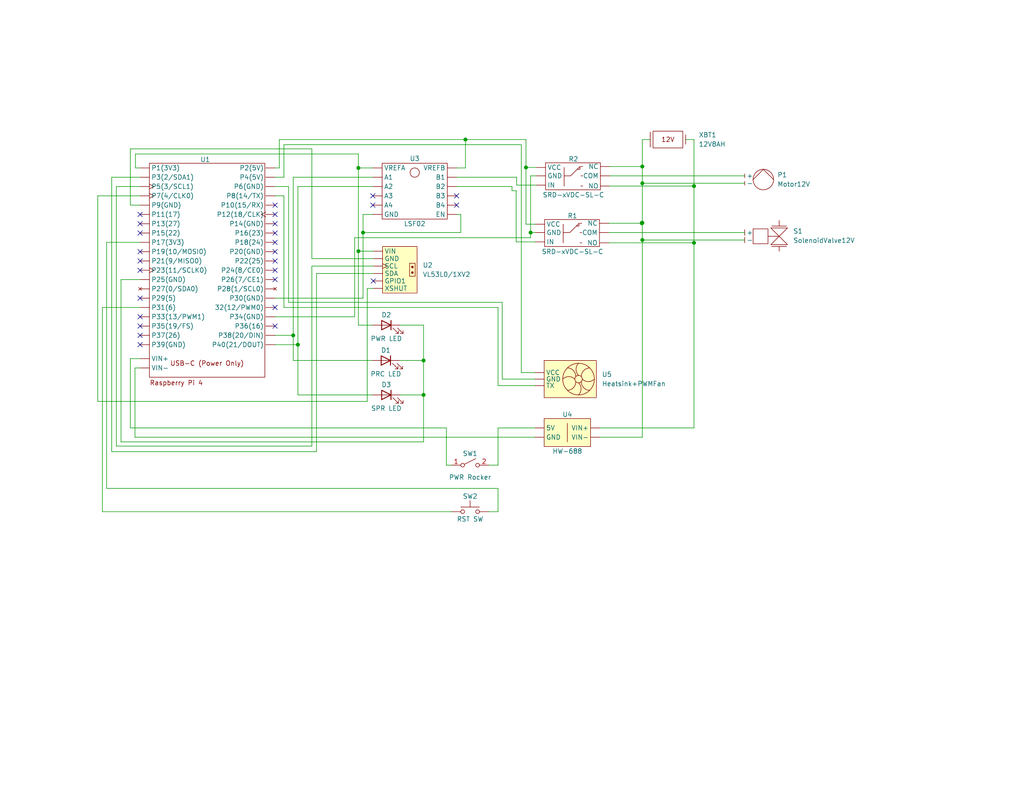
<source format=kicad_sch>
(kicad_sch (version 20211123) (generator eeschema)
  (paper "USLetter")
  (title_block (title "Map of Wirings") (date "2023-06-13") (rev "1.0") (company "There Goes Mangoes"))
  (lib_symbols
    (symbol "Battery Power and Management:12V8AH"
      (property "Reference" "XBT" (at 0 3.302 0))
      (property "Value" "12V8AH" (at 0 -3.556 0))
      (symbol "12V8AH_0_0"
        (polyline (pts (xy -4.826 2.032) (xy -4.826 -2.032)))
        (polyline (pts (xy 4.826 1.27) (xy 4.826 -1.27)))
        (text "12V" (at 0 0 0) (effects (font (size 1.27 1.27))))
      )
      (symbol "12V8AH_0_1"
        (rectangle (start -4.064 2.286) (end 4.064 -2.286))
      )
      (symbol "12V8AH_1_1"
        (pin power_out line (at 4.826 0 180) (length 0.635) hide (name "+") (number ""))
        (pin power_out line (at -4.826 0 0) (length 0.635) hide (name "-") (number ""))
      )
    )
    (symbol "Battery Power and Management:HW-688"
      (property "Reference" "U" (at 0 5.08 0))
      (property "Value" "HW-688" (at 0 -5.08 0))
      (symbol "HW-688_0_1"
        (rectangle (start -6.35 3.81) (end 6.35 -3.81) (fill (type background)))
        (polyline (pts (xy 0 2.54) (xy 0 -2.54)))
      )
      (symbol "HW-688_1_1"
        (pin power_out line (at 8.89 1.27 180) (length 2.54) (name "5V") (number ""))
        (pin power_out line (at 8.89 -1.27 180) (length 2.54) (name "GND") (number ""))
        (pin power_in line (at -8.89 1.27 0) (length 2.54) (name "VIN+") (number ""))
        (pin power_in line (at -8.89 -1.27 0) (length 2.54) (name "VIN-") (number ""))
      )
    )
    (symbol "Device:LED" (pin_numbers hide) (pin_names (offset 1.016) hide)
      (property "Reference" "D" (at 0 2.54 0))
      (property "Value" "LED" (at 0 -2.54 0))
      (symbol "LED_0_1"
        (polyline (pts (xy -1.27 -1.27) (xy -1.27 1.27)) (stroke (width 0.254)))
        (polyline (pts (xy -1.27 0) (xy 1.27 0)))
        (polyline (pts (xy 1.27 -1.27) (xy 1.27 1.27) (xy -1.27 0) (xy 1.27 -1.27)) (stroke (width 0.254)))
        (polyline (pts (xy -3.048 -0.762) (xy -4.572 -2.286) (xy -3.81 -2.286) (xy -4.572 -2.286) (xy -4.572 -1.524)))
        (polyline (pts (xy -1.778 -0.762) (xy -3.302 -2.286) (xy -2.54 -2.286) (xy -3.302 -2.286) (xy -3.302 -1.524)))
      )
      (symbol "LED_1_1"
        (pin passive line (at -3.81 0 0) (length 2.54) (name "K") (number "1"))
        (pin passive line (at 3.81 0 180) (length 2.54) (name "A") (number "2"))
      )
    )
    (symbol "Multilevel Voltage Converter:LSF02"
      (property "Reference" "U" (at 0 8.89 0))
      (property "Value" "LSF02" (at 0 0 90))
      (symbol "LSF02_0_1"
        (rectangle (start -8.89 7.62) (end 8.89 -7.62))
        (circle (center 0 5.08) (radius 1.27))
      )
      (symbol "LSF02_1_1"
        (pin bidirectional line (at -11.43 3.81 0) (length 2.54) (name "A1") (number ""))
        (pin bidirectional line (at -11.43 1.27 0) (length 2.54) (name "A2") (number ""))
        (pin bidirectional line (at -11.43 -1.27 0) (length 2.54) (name "A3") (number ""))
        (pin bidirectional line (at -11.43 -3.81 0) (length 2.54) (name "A4") (number ""))
        (pin bidirectional line (at 11.43 3.81 180) (length 2.54) (name "B1") (number ""))
        (pin bidirectional line (at 11.43 1.27 180) (length 2.54) (name "B2") (number ""))
        (pin bidirectional line (at 11.43 -1.27 180) (length 2.54) (name "B3") (number ""))
        (pin bidirectional line (at 11.43 -3.81 180) (length 2.54) (name "B4") (number ""))
        (pin power_in line (at 11.43 -6.35 180) (length 2.54) (name "EN") (number ""))
        (pin power_in line (at -11.43 -6.35 0) (length 2.54) (name "GND") (number ""))
        (pin power_in line (at -11.43 6.35 0) (length 2.54) (name "VREFA") (number ""))
        (pin power_in line (at 11.43 6.35 180) (length 2.54) (name "VREFB") (number ""))
      )
    )
    (symbol "Raspberry Pi 4:RPi4_Objective"
      (property "Reference" "U" (at 0 26.67 0))
      (symbol "RPi4_Objective_0_0"
        (text "Raspberry Pi 4" (at -7.874 -34.544 0) (effects (font (size 1.27 1.27))))
        (text "USB-C (Power Only)" (at 0.508 -29.21 0) (effects (font (size 1.27 1.27))))
      )
      (symbol "RPi4_Objective_0_1"
        (rectangle (start -15.24 25.4) (end 16.256 -33.02))
      )
      (symbol "RPi4_Objective_1_1"
        (pin bidirectional line (at 19.05 -13.97 180) (length 2.54) (name "32(12/PWM0)") (number ""))
        (pin power_out line (at -17.78 24.13 0) (length 2.54) (name "P1(3V3)") (number ""))
        (pin bidirectional line (at 19.05 13.97 180) (length 2.54) (name "P10(15/RX)") (number ""))
        (pin bidirectional line (at -17.78 11.43 0) (length 2.54) (name "P11(17)") (number ""))
        (pin bidirectional clock (at 19.05 11.43 180) (length 2.54) (name "P12(18/CLK)") (number ""))
        (pin bidirectional line (at -17.78 8.89 0) (length 2.54) (name "P13(27)") (number ""))
        (pin power_out line (at 19.05 8.89 180) (length 2.54) (name "P14(GND)") (number ""))
        (pin bidirectional line (at -17.78 6.35 0) (length 2.54) (name "P15(22)") (number ""))
        (pin bidirectional line (at 19.05 6.35 180) (length 2.54) (name "P16(23)") (number ""))
        (pin power_out line (at -17.78 3.81 0) (length 2.54) (name "P17(3V3)") (number ""))
        (pin bidirectional line (at 19.05 3.81 180) (length 2.54) (name "P18(24)") (number ""))
        (pin bidirectional line (at -17.78 1.27 0) (length 2.54) (name "P19(10/MOSI0)") (number ""))
        (pin power_out line (at 19.05 24.13 180) (length 2.54) (name "P2(5V)") (number ""))
        (pin power_out line (at 19.05 1.27 180) (length 2.54) (name "P20(GND)") (number ""))
        (pin bidirectional line (at -17.78 -1.27 0) (length 2.54) (name "P21(9/MISO0)") (number ""))
        (pin bidirectional line (at 19.05 -1.27 180) (length 2.54) (name "P22(25)") (number ""))
        (pin bidirectional clock (at -17.78 -3.81 0) (length 2.54) (name "P23(11/SCLK0)") (number ""))
        (pin bidirectional line (at 19.05 -3.81 180) (length 2.54) (name "P24(8/CE0)") (number ""))
        (pin power_out line (at -17.78 -6.35 0) (length 2.54) (name "P25(GND)") (number ""))
        (pin bidirectional line (at 19.05 -6.35 180) (length 2.54) (name "P26(7/CE1)") (number ""))
        (pin no_connect line (at -17.78 -8.89 0) (length 2.54) (name "P27(0/SDA0)") (number ""))
        (pin no_connect line (at 19.05 -8.89 180) (length 2.54) (name "P28(1/SCL0)") (number ""))
        (pin bidirectional line (at -17.78 -11.43 0) (length 2.54) (name "P29(5)") (number ""))
        (pin bidirectional line (at -17.78 21.59 0) (length 2.54) (name "P3(2/SDA1)") (number ""))
        (pin power_out line (at 19.05 -11.43 180) (length 2.54) (name "P30(GND)") (number ""))
        (pin bidirectional line (at -17.78 -13.97 0) (length 2.54) (name "P31(6)") (number ""))
        (pin bidirectional line (at -17.78 -16.51 0) (length 2.54) (name "P33(13/PWM1)") (number ""))
        (pin power_out line (at 19.05 -16.51 180) (length 2.54) (name "P34(GND)") (number ""))
        (pin bidirectional line (at -17.78 -19.05 0) (length 2.54) (name "P35(19/FS)") (number ""))
        (pin bidirectional line (at 19.05 -19.05 180) (length 2.54) (name "P36(16)") (number ""))
        (pin bidirectional line (at -17.78 -21.59 0) (length 2.54) (name "P37(26)") (number ""))
        (pin bidirectional line (at 19.05 -21.59 180) (length 2.54) (name "P38(20/DIN)") (number ""))
        (pin power_out line (at -17.78 -24.13 0) (length 2.54) (name "P39(GND)") (number ""))
        (pin power_out line (at 19.05 21.59 180) (length 2.54) (name "P4(5V)") (number ""))
        (pin bidirectional line (at 19.05 -24.13 180) (length 2.54) (name "P40(21/DOUT)") (number ""))
        (pin bidirectional clock (at -17.78 19.05 0) (length 2.54) (name "P5(3/SCL1)") (number ""))
        (pin power_out line (at 19.05 19.05 180) (length 2.54) (name "P6(GND)") (number ""))
        (pin bidirectional clock (at -17.78 16.51 0) (length 2.54) (name "P7(4/CLK0)") (number ""))
        (pin bidirectional line (at 19.05 16.51 180) (length 2.54) (name "P8(14/TX)") (number ""))
        (pin power_out line (at -17.78 13.97 0) (length 2.54) (name "P9(GND)") (number ""))
        (pin power_in line (at -17.78 -27.94 0) (length 2.54) (name "VIN+") (number ""))
        (pin power_in line (at -17.78 -30.48 0) (length 2.54) (name "VIN-") (number ""))
      )
    )
    (symbol "Sensors and Others:Heatsink+PWMFan"
      (property "Reference" "U" (at 0 6.096 0))
      (property "Value" "Heatsink+PWMFan" (at -0.254 -6.35 0))
      (symbol "Heatsink+PWMFan_0_1"
        (rectangle (start -6.858 5.08) (end 7.366 -5.08) (fill (type background)))
        (arc (start -0.508 -3.048) (mid 1.1084 -2.3784) (end 1.778 -0.762))
        (arc (start 1.524 0) (mid -0.127 3.9859) (end -1.778 0))
        (arc (start 1.778 0.762) (mid 3.3944 4.6644) (end -0.508 3.048))
        (arc (start 2.54 -4.318) (mid 3.2233 -2.667) (end 2.54 -1.016))
        (circle (center 2.54 0) (radius 1.016))
        (circle (center 2.54 0) (radius 4.318))
        (arc (start 2.54 4.318) (mid 1.8567 2.667) (end 2.54 1.016))
        (arc (start 3.302 -0.762) (mid 1.6789 -4.6711) (end 5.588 -3.048))
        (arc (start 3.556 0) (mid 5.207 -3.9859) (end 6.858 0))
        (arc (start 5.588 3.048) (mid 3.9811 2.3689) (end 3.302 0.762))
      )
      (symbol "Heatsink+PWMFan_1_1"
        (pin power_in line (at -9.398 0 0) (length 2.54) (name "GND") (number ""))
        (pin input line (at -9.398 -1.778 0) (length 2.54) (name "TX") (number ""))
        (pin power_in line (at -9.398 1.778 0) (length 2.54) (name "VCC") (number ""))
      )
    )
    (symbol "Sensors and Others:Motor12V"
      (property "Reference" "P" (at 0 3.81 0))
      (property "Value" "Motor12V" (at 0 -4.064 0))
      (symbol "Motor12V_0_1"
        (polyline (pts (xy -5.08 -0.508) (xy -5.08 -1.524)))
        (polyline (pts (xy -5.08 1.524) (xy -5.08 0.508)))
        (polyline (pts (xy -2.794 0) (xy 0 2.794) (xy 2.794 0)))
        (circle (center 0 0) (radius 2.794))
      )
      (symbol "Motor12V_1_1"
        (pin power_in line (at -5.08 1.016 0) (length 0) (name "+") (number ""))
        (pin power_in line (at -5.08 -1.016 0) (length 0) (name "-") (number ""))
      )
    )
    (symbol "Sensors and Others:SRD-xVDC-SL-C"
      (property "Reference" "R" (at 0.508 4.572 0))
      (property "Value" "SRD-xVDC-SL-C" (at 0 -5.334 0))
      (symbol "SRD-xVDC-SL-C_0_1"
        (polyline (pts (xy -2.54 2.286) (xy -2.54 -2.794)))
        (polyline (pts (xy 2.032 -2.794) (xy 2.54 -2.794)))
        (polyline (pts (xy 2.032 0) (xy 2.54 0)))
        (polyline (pts (xy 2.032 2.54) (xy 2.54 2.54)))
        (polyline (pts (xy -2.54 0) (xy -0.762 0) (xy 1.778 2.54)))
        (polyline (pts (xy 1.778 2.54) (xy 1.778 1.778) (xy 1.016 1.778) (xy 1.27 1.778)))
        (rectangle (start 7.366 3.556) (end -7.62 -3.81))
      )
      (symbol "SRD-xVDC-SL-C_1_1"
        (pin input line (at 9.906 0 180) (length 2.54) (name "COM") (number ""))
        (pin power_in line (at -10.16 0 0) (length 2.54) (name "GND") (number ""))
        (pin input line (at -10.16 -2.54 0) (length 2.54) (name "IN") (number ""))
        (pin free line (at 9.906 2.54 180) (length 2.54) (name "NC") (number ""))
        (pin free line (at 9.906 -2.794 180) (length 2.54) (name "NO") (number ""))
        (pin power_in line (at -10.16 2.286 0) (length 2.54) (name "VCC") (number ""))
      )
    )
    (symbol "Sensors and Others:SolenoidValve12V"
      (property "Reference" "S" (at 0 2.54 0))
      (property "Value" "SolenoidValve12V" (at 0.254 -6.096 0))
      (symbol "SolenoidValve12V_0_1"
        (rectangle (start -2.032 4.572) (end 2.032 0.508))
        (polyline (pts (xy -2.794 -2.54) (xy -4.064 -2.54)))
        (polyline (pts (xy -2.794 -0.508) (xy -2.794 -4.572)))
        (polyline (pts (xy -1.778 6.858) (xy -0.254 6.858)))
        (polyline (pts (xy 0 0.508) (xy 0 -2.54)))
        (polyline (pts (xy 0.254 6.858) (xy 1.778 6.858)))
        (polyline (pts (xy 2.794 -2.54) (xy 4.318 -2.54)))
        (polyline (pts (xy 2.794 -0.508) (xy 2.794 -4.572)))
        (polyline (pts (xy -2.286 -0.254) (xy 0 -2.54) (xy 2.286 -0.254) (xy 2.286 -4.826) (xy 0 -2.54) (xy -2.286 -4.826) (xy -2.286 -0.254)))
      )
      (symbol "SolenoidValve12V_1_1"
        (pin power_in line (at 1.016 6.858 270) (length 0) (name "+") (number ""))
        (pin power_in line (at -1.016 6.858 270) (length 0) (name "-") (number ""))
      )
    )
    (symbol "Sensors and Others:VL53L0{slash}1XV2"
      (property "Reference" "U" (at 0 8.382 0))
      (property "Value" "VL53L0{slash}1XV2" (at 0 -8.89 0))
      (symbol "VL53L0{slash}1XV2_0_1"
        (rectangle (start -4.572 6.35) (end 4.826 -6.35) (fill (type background)))
        (rectangle (start 2.794 1.778) (end 4.318 -1.778))
        (circle (center 3.556 -0.762) (radius 0.254) (fill (type outline)))
        (circle (center 3.556 0.762) (radius 0.254) (fill (type outline)))
      )
      (symbol "VL53L0{slash}1XV2_1_1"
        (pin power_in line (at -7.112 3.048 0) (length 2.54) (name "GND") (number ""))
        (pin output line (at -7.112 -3.048 0) (length 2.54) (name "GPIO1") (number ""))
        (pin output clock (at -7.112 1.016 0) (length 2.54) (name "SCL") (number ""))
        (pin output line (at -7.112 -1.016 0) (length 2.54) (name "SDA") (number ""))
        (pin power_in line (at -7.112 5.08 0) (length 2.54) (name "VIN") (number ""))
        (pin input line (at -7.112 -5.08 0) (length 2.54) (name "XSHUT") (number ""))
      )
    )
    (symbol "Switch:SW_Push" (pin_numbers hide) (pin_names (offset 1.016) hide)
      (property "Reference" "SW" (at 1.27 2.54 0))
      (property "Value" "SW_Push" (at 0 -1.524 0))
      (symbol "SW_Push_0_1"
        (circle (center -2.032 0) (radius 0.508))
        (polyline (pts (xy 0 1.27) (xy 0 3.048)))
        (polyline (pts (xy 2.54 1.27) (xy -2.54 1.27)))
        (circle (center 2.032 0) (radius 0.508))
        (pin passive line (at -5.08 0 0) (length 2.54) (name "1") (number "1"))
        (pin passive line (at 5.08 0 180) (length 2.54) (name "2") (number "2"))
      )
    )
    (symbol "Switch:SW_SPST" (pin_names (offset 0) hide)
      (property "Reference" "SW" (at 0 3.175 0))
      (property "Value" "SW_SPST" (at 0 -2.54 0))
      (symbol "SW_SPST_0_0"
        (circle (center -2.032 0) (radius 0.508))
        (polyline (pts (xy -1.524 0.254) (xy 1.524 1.778)))
        (circle (center 2.032 0) (radius 0.508))
      )
      (symbol "SW_SPST_1_1"
        (pin passive line (at -5.08 0 0) (length 2.54) (name "A") (number "1"))
        (pin passive line (at 5.08 0 180) (length 2.54) (name "B") (number "2"))
      )
    )
  )
  (junction (at 175.26 45.466))
  (junction (at 189.357 66.294))
  (junction (at 175.26 60.833))
  (junction (at 99.06 63.5))
  (junction (at 189.357 50.8))
  (junction (at 144.78 63.5))
  (junction (at 143.51 45.72))
  (junction (at 81.28 94.107))
  (junction (at 175.133 60.96))
  (junction (at 175.26 50.038))
  (junction (at 97.79 45.847))
  (junction (at 115.57 107.823))
  (junction (at 115.57 98.425))
  (junction (at 175.133 60.833))
  (junction (at 97.79 68.58))
  (junction (at 127 38.1))
  (junction (at 175.26 65.532))
  (junction (at 80.01 91.567))
  (no_connect (at 75.057 66.167))
  (no_connect (at 38.227 73.787))
  (no_connect (at 101.727 56.007))
  (no_connect (at 75.057 76.327))
  (no_connect (at 75.057 71.247))
  (no_connect (at 75.057 73.787))
  (no_connect (at 101.727 53.467))
  (no_connect (at 38.227 89.027))
  (no_connect (at 38.227 63.627))
  (no_connect (at 38.227 68.707))
  (no_connect (at 101.854 76.708))
  (no_connect (at 124.587 53.467))
  (no_connect (at 124.587 56.007))
  (no_connect (at 75.057 68.707))
  (no_connect (at 75.057 83.947))
  (no_connect (at 38.227 86.487))
  (no_connect (at 38.227 58.547))
  (no_connect (at 38.227 94.107))
  (no_connect (at 75.057 63.627))
  (no_connect (at 75.057 56.007))
  (no_connect (at 75.057 58.547))
  (no_connect (at 38.227 81.407))
  (no_connect (at 38.227 71.247))
  (no_connect (at 38.227 91.567))
  (no_connect (at 75.057 89.027))
  (no_connect (at 75.057 61.087))
  (no_connect (at 38.227 61.087))
  (wire (pts (xy 135.89 133.35) (xy 135.89 139.7)))
  (wire (pts (xy 146.304 48.006) (xy 144.78 48.006)))
  (wire (pts (xy 175.26 38.1) (xy 175.26 45.466)))
  (wire (pts (xy 203.2 50.038) (xy 175.26 50.038)))
  (wire (pts (xy 35.56 40.64) (xy 35.56 56.007)))
  (wire (pts (xy 139.7 52.07) (xy 140.843 52.07)))
  (wire (pts (xy 30.48 48.387) (xy 30.48 123.317)))
  (wire (pts (xy 146.05 61.214) (xy 143.51 61.214)))
  (wire (pts (xy 76.2 38.1) (xy 127 38.1)))
  (wire (pts (xy 101.727 48.387) (xy 80.01 48.387)))
  (wire (pts (xy 175.26 45.466) (xy 175.26 50.038)))
  (wire (pts (xy 125.73 63.5) (xy 99.06 63.5)))
  (wire (pts (xy 86.36 123.317) (xy 86.36 74.676)))
  (wire (pts (xy 140.97 50.546) (xy 146.304 50.546)))
  (wire (pts (xy 33.02 120.65) (xy 33.02 76.327)))
  (wire (pts (xy 36.83 119.38) (xy 145.923 119.38)))
  (wire (pts (xy 140.97 48.387) (xy 140.97 50.546)))
  (wire (pts (xy 175.133 60.833) (xy 175.26 60.833)))
  (wire (pts (xy 80.01 48.387) (xy 80.01 91.567)))
  (wire (pts (xy 75.057 81.407) (xy 99.06 81.407)))
  (wire (pts (xy 77.47 83.947) (xy 77.47 53.467)))
  (wire (pts (xy 135.89 105.283) (xy 135.89 83.947)))
  (wire (pts (xy 29.083 66.167) (xy 29.083 133.35)))
  (wire (pts (xy 97.79 42.037) (xy 97.79 45.847)))
  (wire (pts (xy 137.033 82.55) (xy 137.033 103.505)))
  (wire (pts (xy 166.116 60.96) (xy 175.133 60.96)))
  (wire (pts (xy 30.48 123.317) (xy 86.36 123.317)))
  (wire (pts (xy 163.703 119.38) (xy 175.26 119.38)))
  (wire (pts (xy 175.26 60.833) (xy 175.26 65.532)))
  (wire (pts (xy 177.419 38.1) (xy 175.26 38.1)))
  (wire (pts (xy 189.357 66.294) (xy 189.357 50.8)))
  (wire (pts (xy 127 45.847) (xy 127 38.1)))
  (wire (pts (xy 35.56 97.917) (xy 38.227 97.917)))
  (wire (pts (xy 124.587 45.847) (xy 127 45.847)))
  (wire (pts (xy 96.774 64.897) (xy 144.78 64.897)))
  (wire (pts (xy 137.033 103.505) (xy 145.923 103.505)))
  (wire (pts (xy 109.22 88.773) (xy 115.57 88.773)))
  (wire (pts (xy 145.923 105.283) (xy 135.89 105.283)))
  (wire (pts (xy 27.94 83.947) (xy 38.227 83.947)))
  (wire (pts (xy 96.774 86.487) (xy 96.774 64.897)))
  (wire (pts (xy 143.51 38.1) (xy 143.51 45.72)))
  (wire (pts (xy 175.133 60.96) (xy 175.133 60.833)))
  (wire (pts (xy 101.473 98.425) (xy 80.01 98.425)))
  (wire (pts (xy 75.057 86.487) (xy 96.774 86.487)))
  (wire (pts (xy 85.09 121.793) (xy 31.75 121.793)))
  (wire (pts (xy 36.957 42.037) (xy 97.79 42.037)))
  (wire (pts (xy 175.26 119.38) (xy 175.26 65.532)))
  (wire (pts (xy 29.083 133.35) (xy 135.89 133.35)))
  (wire (pts (xy 144.78 64.897) (xy 144.78 63.5)))
  (wire (pts (xy 80.01 91.567) (xy 80.01 98.425)))
  (wire (pts (xy 124.587 58.547) (xy 125.73 58.547)))
  (wire (pts (xy 189.357 38.1) (xy 187.071 38.1)))
  (wire (pts (xy 78.74 82.55) (xy 137.033 82.55)))
  (wire (pts (xy 121.793 127) (xy 121.793 116.84)))
  (wire (pts (xy 77.47 53.467) (xy 75.057 53.467)))
  (wire (pts (xy 81.28 50.927) (xy 81.28 94.107)))
  (wire (pts (xy 38.227 66.167) (xy 29.083 66.167)))
  (wire (pts (xy 127 38.1) (xy 143.51 38.1)))
  (wire (pts (xy 75.057 48.387) (xy 77.47 48.387)))
  (wire (pts (xy 97.79 68.58) (xy 101.854 68.58)))
  (wire (pts (xy 143.51 45.72) (xy 146.304 45.72)))
  (wire (pts (xy 163.703 116.84) (xy 189.357 116.84)))
  (wire (pts (xy 135.89 116.84) (xy 145.923 116.84)))
  (wire (pts (xy 135.89 139.7) (xy 133.35 139.7)))
  (wire (pts (xy 143.51 61.214) (xy 143.51 45.72)))
  (wire (pts (xy 124.587 48.387) (xy 140.97 48.387)))
  (wire (pts (xy 189.357 50.8) (xy 189.357 38.1)))
  (wire (pts (xy 77.47 48.387) (xy 77.47 39.497)))
  (wire (pts (xy 175.26 50.038) (xy 175.26 60.833)))
  (wire (pts (xy 38.227 45.847) (xy 36.957 45.847)))
  (wire (pts (xy 203.2 65.532) (xy 175.26 65.532)))
  (wire (pts (xy 35.56 116.84) (xy 35.56 97.917)))
  (wire (pts (xy 144.78 48.006) (xy 144.78 63.5)))
  (wire (pts (xy 166.37 48.006) (xy 203.2 48.006)))
  (wire (pts (xy 101.854 78.74) (xy 100.203 78.74)))
  (wire (pts (xy 109.22 107.823) (xy 115.57 107.823)))
  (wire (pts (xy 78.74 50.927) (xy 78.74 82.55)))
  (wire (pts (xy 123.19 139.7) (xy 27.94 139.7)))
  (wire (pts (xy 124.587 50.927) (xy 139.7 50.927)))
  (wire (pts (xy 75.057 50.927) (xy 78.74 50.927)))
  (wire (pts (xy 140.843 66.04) (xy 146.05 66.04)))
  (wire (pts (xy 144.78 63.5) (xy 146.05 63.5)))
  (wire (pts (xy 35.56 56.007) (xy 38.227 56.007)))
  (wire (pts (xy 76.2 45.847) (xy 76.2 38.1)))
  (wire (pts (xy 36.83 100.457) (xy 36.83 119.38)))
  (wire (pts (xy 135.89 83.947) (xy 77.47 83.947)))
  (wire (pts (xy 166.37 45.466) (xy 175.26 45.466)))
  (wire (pts (xy 125.73 58.547) (xy 125.73 63.5)))
  (wire (pts (xy 77.47 39.497) (xy 142.24 39.497)))
  (wire (pts (xy 101.727 45.847) (xy 97.79 45.847)))
  (wire (pts (xy 97.79 45.847) (xy 97.79 68.58)))
  (wire (pts (xy 97.79 88.773) (xy 97.79 68.58)))
  (wire (pts (xy 145.923 101.727) (xy 142.24 101.727)))
  (wire (pts (xy 101.854 72.644) (xy 85.09 72.644)))
  (wire (pts (xy 75.057 91.567) (xy 80.01 91.567)))
  (wire (pts (xy 115.57 107.823) (xy 115.57 120.65)))
  (wire (pts (xy 26.67 53.467) (xy 38.227 53.467)))
  (wire (pts (xy 101.6 107.823) (xy 81.28 107.823)))
  (wire (pts (xy 101.6 88.773) (xy 97.79 88.773)))
  (wire (pts (xy 85.09 70.612) (xy 85.09 40.64)))
  (wire (pts (xy 166.37 50.8) (xy 189.357 50.8)))
  (wire (pts (xy 100.203 109.601) (xy 26.67 109.601)))
  (wire (pts (xy 109.093 98.425) (xy 115.57 98.425)))
  (wire (pts (xy 139.7 50.927) (xy 139.7 52.07)))
  (wire (pts (xy 81.28 94.107) (xy 81.28 107.823)))
  (wire (pts (xy 101.854 70.612) (xy 85.09 70.612)))
  (wire (pts (xy 115.57 98.425) (xy 115.57 107.823)))
  (wire (pts (xy 38.227 48.387) (xy 30.48 48.387)))
  (wire (pts (xy 85.09 72.644) (xy 85.09 121.793)))
  (wire (pts (xy 99.06 63.5) (xy 99.06 81.407)))
  (wire (pts (xy 99.06 58.547) (xy 99.06 63.5)))
  (wire (pts (xy 31.75 50.927) (xy 38.227 50.927)))
  (wire (pts (xy 133.35 127) (xy 135.89 127)))
  (wire (pts (xy 99.06 58.547) (xy 101.727 58.547)))
  (wire (pts (xy 75.057 45.847) (xy 76.2 45.847)))
  (wire (pts (xy 189.357 116.84) (xy 189.357 66.294)))
  (wire (pts (xy 85.09 40.64) (xy 35.56 40.64)))
  (wire (pts (xy 142.24 39.497) (xy 142.24 101.727)))
  (wire (pts (xy 135.89 127) (xy 135.89 116.84)))
  (wire (pts (xy 81.28 94.107) (xy 75.057 94.107)))
  (wire (pts (xy 101.727 50.927) (xy 81.28 50.927)))
  (wire (pts (xy 31.75 121.793) (xy 31.75 50.927)))
  (wire (pts (xy 100.203 78.74) (xy 100.203 109.601)))
  (wire (pts (xy 115.57 88.773) (xy 115.57 98.425)))
  (wire (pts (xy 121.793 116.84) (xy 35.56 116.84)))
  (wire (pts (xy 27.94 139.7) (xy 27.94 83.947)))
  (wire (pts (xy 86.36 74.676) (xy 101.854 74.676)))
  (wire (pts (xy 36.957 45.847) (xy 36.957 42.037)))
  (wire (pts (xy 166.116 66.294) (xy 189.357 66.294)))
  (wire (pts (xy 26.67 109.601) (xy 26.67 53.467)))
  (wire (pts (xy 140.843 52.07) (xy 140.843 66.04)))
  (wire (pts (xy 38.227 100.457) (xy 36.83 100.457)))
  (wire (pts (xy 166.116 63.5) (xy 203.2 63.5)))
  (wire (pts (xy 33.02 120.65) (xy 115.57 120.65)))
  (wire (pts (xy 123.19 127) (xy 121.793 127)))
  (wire (pts (xy 33.02 76.327) (xy 38.227 76.327)))
  (symbol (lib_id "Multilevel Voltage Converter:LSF02") (at 113.157 52.197 0) (unit 1)
    (property "Reference" "U3" (at 113.157 43.307 0))
    (property "Value" "LSF02" (at 113.157 61.087 0))
  )
  (symbol (lib_id "Sensors and Others:Heatsink+PWMFan") (at 155.321 103.505 0) (unit 1)
    (property "Reference" "U5" (at 164.211 102.2349 0) (effects (justify left)))
    (property "Value" "Heatsink+PWMFan" (at 164.211 104.7749 0) (effects (justify left)))
  )
  (symbol (lib_id "Battery Power and Management:12V8AH") (at 182.245 38.1 0) (unit 1)
    (property "Reference" "XBT1" (at 190.627 36.83 0) (effects (justify left)))
    (property "Value" "12V8AH" (at 190.627 39.37 0) (effects (justify left)))
  )
  (symbol (lib_id "Sensors and Others:SRD-xVDC-SL-C") (at 156.464 48.006 0) (unit 1)
    (property "Reference" "R2" (at 156.464 43.434 0))
    (property "Value" "SRD-xVDC-SL-C" (at 156.464 53.213 0))
  )
  (symbol (lib_id "Device:LED") (at 105.41 88.773 0) (mirror y) (unit 1)
    (property "Reference" "D2" (at 105.41 85.979 0))
    (property "Value" "PWR LED" (at 105.41 92.456 0))
  )
  (symbol (lib_id "Switch:SW_Push") (at 128.27 139.7 0) (unit 1)
    (property "Reference" "SW2" (at 128.27 135.509 0))
    (property "Value" "RST SW" (at 128.27 141.732 0))
  )
  (symbol (lib_id "Device:LED") (at 105.41 107.823 0) (mirror y) (unit 1)
    (property "Reference" "D3" (at 105.41 105.029 0))
    (property "Value" "SPR LED" (at 105.41 111.506 0))
  )
  (symbol (lib_id "Sensors and Others:VL53L0{slash}1XV2") (at 108.966 73.66 0) (unit 1)
    (property "Reference" "U2" (at 115.316 72.3899 0) (effects (justify left)))
    (property "Value" "VL53L0/1XV2" (at 115.316 74.9299 0) (effects (justify left)))
  )
  (symbol (lib_id "Device:LED") (at 105.283 98.425 0) (mirror y) (unit 1)
    (property "Reference" "D1" (at 105.283 95.631 0))
    (property "Value" "PRC LED" (at 105.283 102.108 0))
  )
  (symbol (lib_id "Sensors and Others:Motor12V") (at 208.28 49.022 0) (unit 1)
    (property "Reference" "P1" (at 212.09 47.7519 0) (effects (justify left)))
    (property "Value" "Motor12V" (at 212.09 50.2919 0) (effects (justify left)))
  )
  (symbol (lib_id "Raspberry Pi 4:RPi4_Objective") (at 56.007 69.977 0) (unit 1)
    (property "Reference" "U1" (at 56.007 43.561 0))
    (property "Value" "RPi4_Objective" (effects hide))
  )
  (symbol (lib_id "Sensors and Others:SRD-xVDC-SL-C") (at 156.21 63.5 0) (unit 1)
    (property "Reference" "R1" (at 156.21 58.928 0))
    (property "Value" "SRD-xVDC-SL-C" (at 156.21 68.707 0))
  )
  (symbol (lib_id "Sensors and Others:SolenoidValve12V") (at 210.058 64.516 90) (unit 1)
    (property "Reference" "S1" (at 216.408 63.1189 90) (effects (justify right)))
    (property "Value" "SolenoidValve12V" (at 216.408 65.6589 90) (effects (justify right)))
  )
  (symbol (lib_id "Battery Power and Management:HW-688") (at 154.813 118.11 0) (mirror y) (unit 1)
    (property "Reference" "U4" (at 154.813 113.157 0))
    (property "Value" "HW-688" (at 154.813 123.19 0))
  )
  (symbol (lib_id "Switch:SW_SPST") (at 128.27 127 0) (unit 1)
    (property "Reference" "SW1" (at 128.27 123.825 0))
    (property "Value" "PWR Rocker" (at 128.27 130.302 0))
  )
)
</source>
